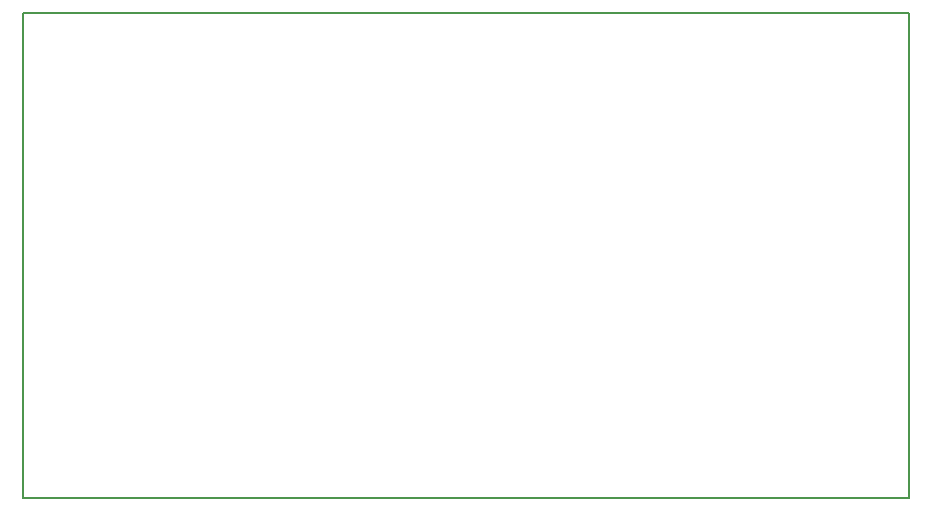
<source format=gko>
G04 #@! TF.FileFunction,Other,User*
%FSLAX46Y46*%
G04 Gerber Fmt 4.6, Leading zero omitted, Abs format (unit mm)*
G04 Created by KiCad (PCBNEW 4.0.5+dfsg1-4) date Sun Jul 16 22:59:55 2017*
%MOMM*%
%LPD*%
G01*
G04 APERTURE LIST*
%ADD10C,0.100000*%
%ADD11C,0.200000*%
G04 APERTURE END LIST*
D10*
D11*
X119250000Y-123250000D02*
X194250000Y-123250000D01*
X119250000Y-82250000D02*
X119250000Y-123250000D01*
X194250000Y-82250000D02*
X119250000Y-82250000D01*
X194250000Y-123250000D02*
X194250000Y-82250000D01*
M02*

</source>
